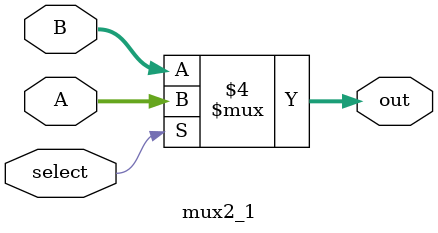
<source format=v>
`timescale 1ns / 1ps

module mux2_1(out,A,B,select);
	output	[15:0]	out;
	input		[15:0]	A,B;
	input					select;
	reg		[15:0]	out;
	
	always @ (select or A or B) begin
		if (select == 1'b1) out = A;
		else out = B;
	end
endmodule 
</source>
